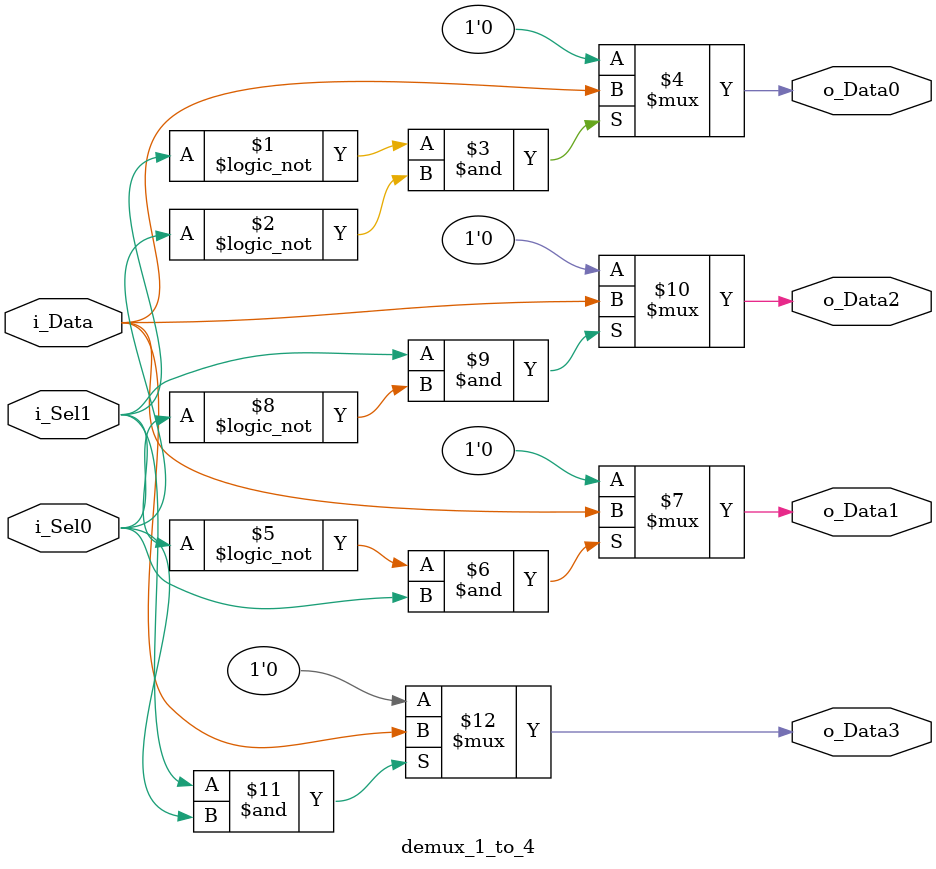
<source format=v>
module demux_1_to_4 (
    input i_Data,
    input i_Sel1,
    input i_Sel0,
    output o_Data0,
    output o_Data1,
    output o_Data2,
    output o_Data3);

    assign o_Data0 = !i_Sel1 & !i_Sel0 ? i_Data : 1'b0; 
    assign o_Data1 = !i_Sel1 & i_Sel0 ? i_Data : 1'b0; 
    assign o_Data2 = i_Sel1 & !i_Sel0 ? i_Data : 1'b0; 
    assign o_Data3 = i_Sel1 & i_Sel0 ? i_Data : 1'b0; 
endmodule // demux_1_to_4

</source>
